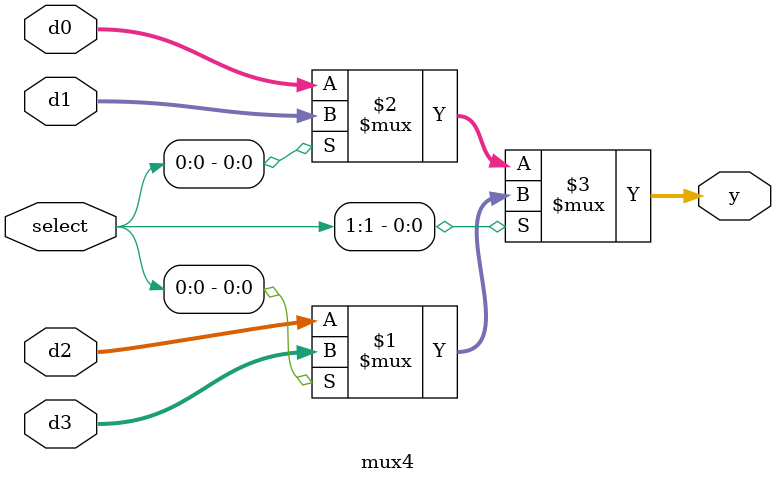
<source format=sv>
module mux4 #(parameter N = 32)(
    input   logic [1:0] select,
    input   logic [N - 1:0] d0, d1, d2, d3, 
    output  logic [N - 1:0] y);
    
    assign y = select[1] ? (select[0] ? d3 : d2) : (select[0] ? d1 : d0);
endmodule

</source>
